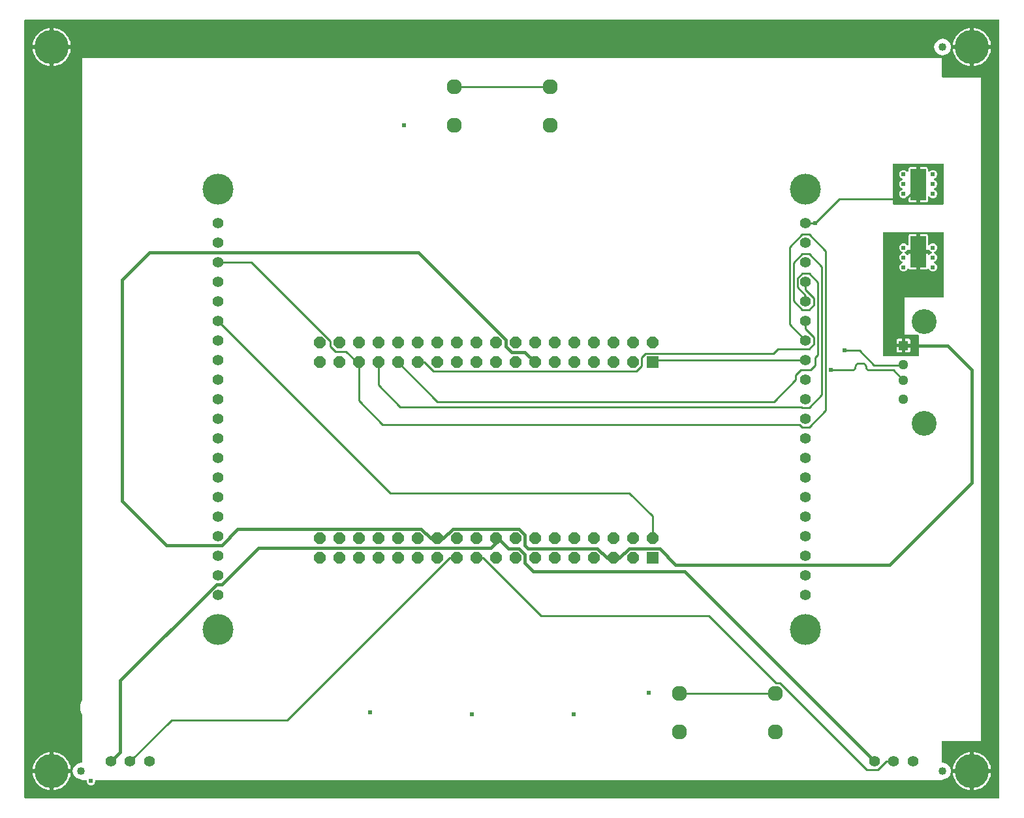
<source format=gbr>
G04 EAGLE Gerber RS-274X export*
G75*
%MOMM*%
%FSLAX34Y34*%
%LPD*%
%INBottom Copper*%
%IPPOS*%
%AMOC8*
5,1,8,0,0,1.08239X$1,22.5*%
G01*
%ADD10R,1.524000X1.524000*%
%ADD11P,1.649562X8X202.500000*%
%ADD12C,1.400000*%
%ADD13C,4.016000*%
%ADD14C,1.960000*%
%ADD15R,1.288000X1.288000*%
%ADD16C,1.288000*%
%ADD17C,3.220000*%
%ADD18R,2.000000X4.100000*%
%ADD19C,4.445000*%
%ADD20C,1.016000*%
%ADD21C,0.609600*%
%ADD22C,0.254000*%
%ADD23C,0.381000*%

G36*
X2556Y3692D02*
X2556Y3692D01*
X2563Y3573D01*
X2576Y3535D01*
X2581Y3494D01*
X2624Y3384D01*
X2661Y3271D01*
X2683Y3236D01*
X2698Y3199D01*
X2767Y3103D01*
X2831Y3002D01*
X2861Y2974D01*
X2884Y2941D01*
X2976Y2865D01*
X3063Y2784D01*
X3098Y2764D01*
X3129Y2739D01*
X3237Y2688D01*
X3341Y2630D01*
X3381Y2620D01*
X3417Y2603D01*
X3534Y2581D01*
X3649Y2551D01*
X3709Y2547D01*
X3729Y2543D01*
X3750Y2545D01*
X3810Y2541D01*
X1265991Y2541D01*
X1266109Y2556D01*
X1266227Y2563D01*
X1266266Y2575D01*
X1266306Y2581D01*
X1266417Y2624D01*
X1266530Y2661D01*
X1266564Y2683D01*
X1266602Y2698D01*
X1266698Y2767D01*
X1266799Y2831D01*
X1266827Y2861D01*
X1266859Y2884D01*
X1266935Y2976D01*
X1267017Y3063D01*
X1267036Y3098D01*
X1267062Y3129D01*
X1267113Y3237D01*
X1267170Y3341D01*
X1267180Y3380D01*
X1267198Y3417D01*
X1267220Y3534D01*
X1267250Y3649D01*
X1267254Y3709D01*
X1267257Y3729D01*
X1267256Y3750D01*
X1267260Y3810D01*
X1267369Y558800D01*
X1267459Y1012190D01*
X1267444Y1012308D01*
X1267436Y1012427D01*
X1267424Y1012465D01*
X1267419Y1012505D01*
X1267375Y1012616D01*
X1267338Y1012729D01*
X1267317Y1012764D01*
X1267302Y1012801D01*
X1267232Y1012897D01*
X1267168Y1012998D01*
X1267139Y1013026D01*
X1267115Y1013058D01*
X1267023Y1013134D01*
X1266936Y1013216D01*
X1266901Y1013236D01*
X1266870Y1013261D01*
X1266762Y1013312D01*
X1266658Y1013370D01*
X1266619Y1013380D01*
X1266582Y1013397D01*
X1266465Y1013419D01*
X1266350Y1013449D01*
X1266290Y1013453D01*
X1266270Y1013457D01*
X1266250Y1013455D01*
X1266189Y1013459D01*
X3810Y1013459D01*
X3692Y1013444D01*
X3573Y1013437D01*
X3535Y1013424D01*
X3494Y1013419D01*
X3384Y1013376D01*
X3271Y1013339D01*
X3236Y1013317D01*
X3199Y1013302D01*
X3103Y1013233D01*
X3002Y1013169D01*
X2974Y1013139D01*
X2941Y1013116D01*
X2865Y1013024D01*
X2784Y1012937D01*
X2764Y1012902D01*
X2739Y1012871D01*
X2688Y1012763D01*
X2630Y1012659D01*
X2620Y1012619D01*
X2603Y1012583D01*
X2581Y1012466D01*
X2551Y1012351D01*
X2547Y1012291D01*
X2543Y1012271D01*
X2545Y1012250D01*
X2541Y1012190D01*
X2541Y3810D01*
X2556Y3692D01*
G37*
%LPC*%
G36*
X1192531Y963931D02*
X1192531Y963931D01*
X1192531Y939800D01*
X1192546Y939682D01*
X1192553Y939563D01*
X1192566Y939525D01*
X1192571Y939484D01*
X1192614Y939374D01*
X1192651Y939261D01*
X1192673Y939226D01*
X1192688Y939189D01*
X1192758Y939093D01*
X1192821Y938992D01*
X1192851Y938964D01*
X1192874Y938931D01*
X1192966Y938856D01*
X1193053Y938774D01*
X1193088Y938754D01*
X1193119Y938729D01*
X1193227Y938678D01*
X1193331Y938620D01*
X1193371Y938610D01*
X1193407Y938593D01*
X1193524Y938571D01*
X1193639Y938541D01*
X1193700Y938537D01*
X1193720Y938533D01*
X1193740Y938535D01*
X1193800Y938531D01*
X1243331Y938531D01*
X1243331Y77469D01*
X1193800Y77469D01*
X1193682Y77454D01*
X1193563Y77447D01*
X1193525Y77434D01*
X1193484Y77429D01*
X1193374Y77386D01*
X1193261Y77349D01*
X1193226Y77327D01*
X1193189Y77312D01*
X1193093Y77243D01*
X1192992Y77179D01*
X1192964Y77149D01*
X1192931Y77126D01*
X1192856Y77034D01*
X1192774Y76947D01*
X1192754Y76912D01*
X1192729Y76881D01*
X1192678Y76773D01*
X1192620Y76669D01*
X1192610Y76629D01*
X1192593Y76593D01*
X1192571Y76476D01*
X1192541Y76361D01*
X1192537Y76301D01*
X1192533Y76281D01*
X1192535Y76260D01*
X1192531Y76200D01*
X1192531Y50478D01*
X1192545Y50366D01*
X1192551Y50254D01*
X1192565Y50209D01*
X1192571Y50162D01*
X1192612Y50058D01*
X1192645Y49950D01*
X1192670Y49910D01*
X1192688Y49866D01*
X1192754Y49776D01*
X1192813Y49680D01*
X1192847Y49647D01*
X1192874Y49609D01*
X1192961Y49537D01*
X1193042Y49460D01*
X1193083Y49436D01*
X1193119Y49406D01*
X1193221Y49358D01*
X1193319Y49303D01*
X1193388Y49280D01*
X1193407Y49271D01*
X1193425Y49267D01*
X1193472Y49252D01*
X1199332Y47681D01*
X1203381Y43632D01*
X1204864Y38100D01*
X1203381Y32568D01*
X1199332Y28519D01*
X1193472Y26948D01*
X1193367Y26906D01*
X1193261Y26871D01*
X1193221Y26846D01*
X1193177Y26828D01*
X1193087Y26761D01*
X1192992Y26701D01*
X1192962Y26669D01*
X95758Y26669D01*
X95640Y26654D01*
X95521Y26647D01*
X95483Y26634D01*
X95442Y26629D01*
X95332Y26586D01*
X95219Y26549D01*
X95184Y26527D01*
X95147Y26512D01*
X95051Y26443D01*
X94950Y26379D01*
X94922Y26349D01*
X94889Y26326D01*
X94813Y26234D01*
X94732Y26147D01*
X94712Y26112D01*
X94687Y26081D01*
X94636Y25973D01*
X94578Y25869D01*
X94568Y25829D01*
X94551Y25793D01*
X94529Y25676D01*
X94499Y25561D01*
X94495Y25501D01*
X94491Y25481D01*
X94492Y25471D01*
X94491Y25468D01*
X94492Y25454D01*
X94489Y25400D01*
X94489Y24288D01*
X93638Y22234D01*
X92066Y20662D01*
X90012Y19811D01*
X87788Y19811D01*
X85734Y20662D01*
X84162Y22234D01*
X83311Y24288D01*
X83311Y25400D01*
X83296Y25518D01*
X83289Y25637D01*
X83276Y25675D01*
X83271Y25716D01*
X83228Y25826D01*
X83191Y25939D01*
X83169Y25974D01*
X83154Y26011D01*
X83085Y26107D01*
X83021Y26208D01*
X82991Y26236D01*
X82968Y26269D01*
X82876Y26345D01*
X82789Y26426D01*
X82754Y26446D01*
X82723Y26471D01*
X82615Y26522D01*
X82511Y26580D01*
X82471Y26590D01*
X82435Y26607D01*
X82318Y26629D01*
X82203Y26659D01*
X82143Y26663D01*
X82123Y26667D01*
X82102Y26665D01*
X82042Y26669D01*
X77032Y26669D01*
X76958Y26740D01*
X76952Y26744D01*
X76947Y26748D01*
X76912Y26768D01*
X76881Y26794D01*
X76779Y26842D01*
X76681Y26897D01*
X76672Y26900D01*
X76669Y26902D01*
X76658Y26905D01*
X76612Y26920D01*
X76593Y26929D01*
X76575Y26933D01*
X76528Y26948D01*
X70668Y28519D01*
X66619Y32568D01*
X65136Y38100D01*
X66619Y43632D01*
X70668Y47681D01*
X76528Y49252D01*
X76632Y49294D01*
X76739Y49329D01*
X76774Y49350D01*
X76811Y49365D01*
X76817Y49369D01*
X76823Y49372D01*
X76913Y49439D01*
X77008Y49499D01*
X77036Y49528D01*
X77069Y49552D01*
X77073Y49557D01*
X77078Y49561D01*
X77149Y49648D01*
X77226Y49731D01*
X77246Y49766D01*
X77271Y49797D01*
X77274Y49803D01*
X77278Y49808D01*
X77325Y49910D01*
X77380Y50009D01*
X77390Y50048D01*
X77407Y50085D01*
X77408Y50092D01*
X77411Y50098D01*
X77431Y50208D01*
X77459Y50317D01*
X77463Y50377D01*
X77467Y50397D01*
X77466Y50404D01*
X77467Y50411D01*
X77466Y50429D01*
X77469Y50478D01*
X77469Y111234D01*
X77457Y111333D01*
X77454Y111431D01*
X77437Y111490D01*
X77429Y111550D01*
X77393Y111642D01*
X77365Y111737D01*
X77335Y111789D01*
X77312Y111845D01*
X77254Y111926D01*
X77204Y112011D01*
X77138Y112086D01*
X77126Y112103D01*
X77116Y112111D01*
X77097Y112132D01*
X76949Y112280D01*
X74659Y117808D01*
X74659Y123792D01*
X76949Y129320D01*
X77097Y129468D01*
X77158Y129546D01*
X77226Y129619D01*
X77255Y129672D01*
X77292Y129720D01*
X77332Y129811D01*
X77380Y129897D01*
X77395Y129956D01*
X77419Y130011D01*
X77434Y130109D01*
X77459Y130205D01*
X77465Y130305D01*
X77469Y130325D01*
X77467Y130338D01*
X77469Y130366D01*
X77469Y963931D01*
X1192531Y963931D01*
G37*
%LPD*%
G36*
X1162168Y576596D02*
X1162168Y576596D01*
X1162287Y576603D01*
X1162325Y576616D01*
X1162366Y576621D01*
X1162476Y576664D01*
X1162589Y576701D01*
X1162624Y576723D01*
X1162661Y576738D01*
X1162757Y576808D01*
X1162858Y576871D01*
X1162886Y576901D01*
X1162919Y576924D01*
X1162995Y577016D01*
X1163076Y577103D01*
X1163096Y577138D01*
X1163121Y577169D01*
X1163172Y577277D01*
X1163230Y577381D01*
X1163240Y577421D01*
X1163257Y577457D01*
X1163279Y577574D01*
X1163309Y577689D01*
X1163313Y577750D01*
X1163317Y577770D01*
X1163315Y577790D01*
X1163319Y577850D01*
X1163319Y603034D01*
X1163316Y603063D01*
X1163318Y603093D01*
X1163296Y603221D01*
X1163279Y603350D01*
X1163269Y603377D01*
X1163264Y603406D01*
X1163210Y603524D01*
X1163162Y603645D01*
X1163145Y603669D01*
X1163133Y603696D01*
X1163052Y603797D01*
X1162976Y603903D01*
X1162953Y603921D01*
X1162934Y603944D01*
X1162831Y604022D01*
X1162731Y604105D01*
X1162704Y604118D01*
X1162680Y604136D01*
X1162536Y604207D01*
X1162014Y604423D01*
X1162005Y604425D01*
X1161997Y604430D01*
X1161853Y604467D01*
X1161708Y604507D01*
X1161698Y604507D01*
X1161689Y604509D01*
X1161529Y604519D01*
X1144269Y604519D01*
X1144269Y652781D01*
X1193800Y652781D01*
X1193918Y652796D01*
X1194037Y652803D01*
X1194075Y652816D01*
X1194116Y652821D01*
X1194226Y652864D01*
X1194339Y652901D01*
X1194374Y652923D01*
X1194411Y652938D01*
X1194507Y653008D01*
X1194608Y653071D01*
X1194636Y653101D01*
X1194669Y653124D01*
X1194745Y653216D01*
X1194826Y653303D01*
X1194846Y653338D01*
X1194871Y653369D01*
X1194922Y653477D01*
X1194980Y653581D01*
X1194990Y653621D01*
X1195007Y653657D01*
X1195029Y653774D01*
X1195059Y653889D01*
X1195063Y653950D01*
X1195067Y653970D01*
X1195065Y653990D01*
X1195069Y654050D01*
X1195069Y736600D01*
X1195054Y736718D01*
X1195047Y736837D01*
X1195034Y736875D01*
X1195029Y736916D01*
X1194986Y737026D01*
X1194949Y737139D01*
X1194927Y737174D01*
X1194912Y737211D01*
X1194843Y737307D01*
X1194779Y737408D01*
X1194749Y737436D01*
X1194726Y737469D01*
X1194634Y737545D01*
X1194547Y737626D01*
X1194512Y737646D01*
X1194481Y737671D01*
X1194373Y737722D01*
X1194269Y737780D01*
X1194229Y737790D01*
X1194193Y737807D01*
X1194076Y737829D01*
X1193961Y737859D01*
X1193901Y737863D01*
X1193881Y737867D01*
X1193860Y737865D01*
X1193800Y737869D01*
X1117600Y737869D01*
X1117482Y737854D01*
X1117363Y737847D01*
X1117325Y737834D01*
X1117284Y737829D01*
X1117174Y737786D01*
X1117061Y737749D01*
X1117026Y737727D01*
X1116989Y737712D01*
X1116893Y737643D01*
X1116792Y737579D01*
X1116764Y737549D01*
X1116731Y737526D01*
X1116656Y737434D01*
X1116574Y737347D01*
X1116554Y737312D01*
X1116529Y737281D01*
X1116478Y737173D01*
X1116420Y737069D01*
X1116410Y737029D01*
X1116393Y736993D01*
X1116371Y736876D01*
X1116341Y736761D01*
X1116337Y736701D01*
X1116333Y736681D01*
X1116335Y736660D01*
X1116331Y736600D01*
X1116331Y577850D01*
X1116346Y577732D01*
X1116353Y577613D01*
X1116366Y577575D01*
X1116371Y577534D01*
X1116414Y577424D01*
X1116451Y577311D01*
X1116473Y577276D01*
X1116488Y577239D01*
X1116558Y577143D01*
X1116621Y577042D01*
X1116651Y577014D01*
X1116674Y576981D01*
X1116766Y576906D01*
X1116853Y576824D01*
X1116888Y576804D01*
X1116919Y576779D01*
X1117027Y576728D01*
X1117131Y576670D01*
X1117171Y576660D01*
X1117207Y576643D01*
X1117324Y576621D01*
X1117439Y576591D01*
X1117500Y576587D01*
X1117520Y576583D01*
X1117540Y576585D01*
X1117600Y576581D01*
X1162050Y576581D01*
X1162168Y576596D01*
G37*
G36*
X1193918Y773446D02*
X1193918Y773446D01*
X1194037Y773453D01*
X1194075Y773466D01*
X1194116Y773471D01*
X1194226Y773514D01*
X1194339Y773551D01*
X1194374Y773573D01*
X1194411Y773588D01*
X1194507Y773658D01*
X1194608Y773721D01*
X1194636Y773751D01*
X1194669Y773774D01*
X1194745Y773866D01*
X1194826Y773953D01*
X1194846Y773988D01*
X1194871Y774019D01*
X1194922Y774127D01*
X1194980Y774231D01*
X1194990Y774271D01*
X1195007Y774307D01*
X1195029Y774424D01*
X1195059Y774539D01*
X1195063Y774600D01*
X1195067Y774620D01*
X1195065Y774640D01*
X1195069Y774700D01*
X1195069Y825500D01*
X1195054Y825618D01*
X1195047Y825737D01*
X1195034Y825775D01*
X1195029Y825816D01*
X1194986Y825926D01*
X1194949Y826039D01*
X1194927Y826074D01*
X1194912Y826111D01*
X1194843Y826207D01*
X1194779Y826308D01*
X1194749Y826336D01*
X1194726Y826369D01*
X1194634Y826445D01*
X1194547Y826526D01*
X1194512Y826546D01*
X1194481Y826571D01*
X1194373Y826622D01*
X1194269Y826680D01*
X1194229Y826690D01*
X1194193Y826707D01*
X1194076Y826729D01*
X1193961Y826759D01*
X1193901Y826763D01*
X1193881Y826767D01*
X1193860Y826765D01*
X1193800Y826769D01*
X1130300Y826769D01*
X1130182Y826754D01*
X1130063Y826747D01*
X1130025Y826734D01*
X1129984Y826729D01*
X1129874Y826686D01*
X1129761Y826649D01*
X1129726Y826627D01*
X1129689Y826612D01*
X1129593Y826543D01*
X1129492Y826479D01*
X1129464Y826449D01*
X1129431Y826426D01*
X1129356Y826334D01*
X1129274Y826247D01*
X1129254Y826212D01*
X1129229Y826181D01*
X1129178Y826073D01*
X1129120Y825969D01*
X1129110Y825929D01*
X1129093Y825893D01*
X1129071Y825776D01*
X1129041Y825661D01*
X1129037Y825601D01*
X1129033Y825581D01*
X1129035Y825560D01*
X1129034Y825556D01*
X1129033Y825551D01*
X1129034Y825545D01*
X1129031Y825500D01*
X1129031Y774700D01*
X1129046Y774582D01*
X1129053Y774463D01*
X1129066Y774425D01*
X1129071Y774384D01*
X1129114Y774274D01*
X1129151Y774161D01*
X1129173Y774126D01*
X1129188Y774089D01*
X1129258Y773993D01*
X1129321Y773892D01*
X1129351Y773864D01*
X1129374Y773831D01*
X1129466Y773756D01*
X1129553Y773674D01*
X1129588Y773654D01*
X1129619Y773629D01*
X1129727Y773578D01*
X1129831Y773520D01*
X1129871Y773510D01*
X1129907Y773493D01*
X1130024Y773471D01*
X1130139Y773441D01*
X1130200Y773437D01*
X1130220Y773433D01*
X1130240Y773435D01*
X1130300Y773431D01*
X1193800Y773431D01*
X1193918Y773446D01*
G37*
%LPC*%
G36*
X1151716Y776109D02*
X1151716Y776109D01*
X1151069Y776282D01*
X1150490Y776617D01*
X1150017Y777090D01*
X1149682Y777669D01*
X1149509Y778316D01*
X1149509Y782941D01*
X1149492Y783079D01*
X1149479Y783218D01*
X1149472Y783237D01*
X1149469Y783257D01*
X1149418Y783386D01*
X1149371Y783517D01*
X1149360Y783534D01*
X1149352Y783553D01*
X1149271Y783665D01*
X1149193Y783780D01*
X1149177Y783794D01*
X1149166Y783810D01*
X1149058Y783899D01*
X1148954Y783991D01*
X1148936Y784000D01*
X1148921Y784013D01*
X1148795Y784072D01*
X1148671Y784135D01*
X1148651Y784140D01*
X1148633Y784148D01*
X1148497Y784174D01*
X1148361Y784205D01*
X1148340Y784204D01*
X1148321Y784208D01*
X1148182Y784199D01*
X1148043Y784195D01*
X1148023Y784190D01*
X1148003Y784188D01*
X1147871Y784145D01*
X1147737Y784107D01*
X1147720Y784097D01*
X1147701Y784090D01*
X1147583Y784016D01*
X1147463Y783945D01*
X1147442Y783927D01*
X1147432Y783920D01*
X1147418Y783905D01*
X1147343Y783839D01*
X1146166Y782662D01*
X1144112Y781811D01*
X1141888Y781811D01*
X1139834Y782662D01*
X1138262Y784234D01*
X1137411Y786288D01*
X1137411Y788512D01*
X1138262Y790566D01*
X1139834Y792138D01*
X1140895Y792577D01*
X1140953Y792610D01*
X1140994Y792626D01*
X1141034Y792656D01*
X1141139Y792711D01*
X1141154Y792725D01*
X1141171Y792735D01*
X1141271Y792831D01*
X1141374Y792925D01*
X1141385Y792942D01*
X1141400Y792956D01*
X1141473Y793075D01*
X1141549Y793191D01*
X1141556Y793210D01*
X1141566Y793227D01*
X1141607Y793360D01*
X1141652Y793492D01*
X1141654Y793512D01*
X1141660Y793531D01*
X1141666Y793670D01*
X1141677Y793809D01*
X1141674Y793829D01*
X1141675Y793849D01*
X1141647Y793985D01*
X1141623Y794122D01*
X1141615Y794141D01*
X1141611Y794160D01*
X1141550Y794285D01*
X1141492Y794412D01*
X1141480Y794428D01*
X1141471Y794446D01*
X1141381Y794552D01*
X1141294Y794660D01*
X1141278Y794673D01*
X1141264Y794688D01*
X1141151Y794768D01*
X1141040Y794852D01*
X1141014Y794864D01*
X1141004Y794871D01*
X1140985Y794878D01*
X1140895Y794923D01*
X1139834Y795362D01*
X1138262Y796934D01*
X1137411Y798988D01*
X1137411Y801212D01*
X1138262Y803266D01*
X1139834Y804838D01*
X1140895Y805277D01*
X1140951Y805309D01*
X1140975Y805319D01*
X1141003Y805339D01*
X1141016Y805346D01*
X1141139Y805411D01*
X1141154Y805425D01*
X1141171Y805435D01*
X1141272Y805532D01*
X1141374Y805625D01*
X1141385Y805642D01*
X1141400Y805656D01*
X1141473Y805775D01*
X1141549Y805891D01*
X1141556Y805910D01*
X1141566Y805927D01*
X1141607Y806060D01*
X1141652Y806192D01*
X1141654Y806212D01*
X1141660Y806231D01*
X1141666Y806370D01*
X1141677Y806509D01*
X1141674Y806529D01*
X1141675Y806549D01*
X1141647Y806685D01*
X1141623Y806822D01*
X1141615Y806841D01*
X1141611Y806860D01*
X1141549Y806985D01*
X1141492Y807112D01*
X1141480Y807128D01*
X1141471Y807146D01*
X1141380Y807252D01*
X1141294Y807360D01*
X1141278Y807373D01*
X1141265Y807388D01*
X1141150Y807468D01*
X1141040Y807552D01*
X1141015Y807564D01*
X1141005Y807571D01*
X1140985Y807578D01*
X1140895Y807623D01*
X1139834Y808062D01*
X1138262Y809634D01*
X1137411Y811688D01*
X1137411Y813912D01*
X1138262Y815966D01*
X1139834Y817538D01*
X1141888Y818389D01*
X1144112Y818389D01*
X1146166Y817538D01*
X1147343Y816361D01*
X1147452Y816276D01*
X1147559Y816187D01*
X1147578Y816179D01*
X1147594Y816166D01*
X1147721Y816111D01*
X1147847Y816052D01*
X1147867Y816048D01*
X1147886Y816040D01*
X1148024Y816018D01*
X1148160Y815992D01*
X1148180Y815993D01*
X1148200Y815990D01*
X1148339Y816003D01*
X1148477Y816012D01*
X1148496Y816018D01*
X1148516Y816020D01*
X1148648Y816067D01*
X1148779Y816110D01*
X1148797Y816121D01*
X1148816Y816127D01*
X1148931Y816205D01*
X1149048Y816280D01*
X1149062Y816295D01*
X1149079Y816306D01*
X1149171Y816410D01*
X1149266Y816511D01*
X1149276Y816529D01*
X1149289Y816544D01*
X1149353Y816669D01*
X1149420Y816790D01*
X1149425Y816810D01*
X1149434Y816828D01*
X1149464Y816963D01*
X1149499Y817098D01*
X1149501Y817126D01*
X1149504Y817138D01*
X1149503Y817158D01*
X1149509Y817259D01*
X1149509Y819984D01*
X1149682Y820631D01*
X1150017Y821210D01*
X1150490Y821683D01*
X1151069Y822018D01*
X1151716Y822191D01*
X1159511Y822191D01*
X1159511Y800420D01*
X1159526Y800302D01*
X1159533Y800183D01*
X1159546Y800145D01*
X1159551Y800105D01*
X1159594Y799994D01*
X1159631Y799881D01*
X1159653Y799846D01*
X1159668Y799809D01*
X1159738Y799713D01*
X1159801Y799612D01*
X1159831Y799584D01*
X1159855Y799552D01*
X1159946Y799476D01*
X1160033Y799394D01*
X1160068Y799375D01*
X1160099Y799349D01*
X1160207Y799298D01*
X1160311Y799241D01*
X1160351Y799230D01*
X1160387Y799213D01*
X1160504Y799191D01*
X1160619Y799161D01*
X1160680Y799157D01*
X1160700Y799153D01*
X1160720Y799155D01*
X1160780Y799151D01*
X1163320Y799151D01*
X1163438Y799166D01*
X1163557Y799173D01*
X1163595Y799186D01*
X1163635Y799191D01*
X1163746Y799235D01*
X1163859Y799271D01*
X1163894Y799293D01*
X1163931Y799308D01*
X1164027Y799378D01*
X1164128Y799441D01*
X1164156Y799471D01*
X1164188Y799495D01*
X1164264Y799586D01*
X1164346Y799673D01*
X1164365Y799708D01*
X1164391Y799740D01*
X1164442Y799847D01*
X1164499Y799951D01*
X1164510Y799991D01*
X1164527Y800027D01*
X1164549Y800144D01*
X1164579Y800259D01*
X1164583Y800320D01*
X1164587Y800340D01*
X1164585Y800360D01*
X1164589Y800420D01*
X1164589Y822191D01*
X1172384Y822191D01*
X1173031Y822018D01*
X1173610Y821683D01*
X1174083Y821210D01*
X1174418Y820631D01*
X1174591Y819984D01*
X1174591Y817259D01*
X1174608Y817121D01*
X1174621Y816982D01*
X1174628Y816963D01*
X1174631Y816943D01*
X1174682Y816814D01*
X1174729Y816683D01*
X1174740Y816666D01*
X1174748Y816647D01*
X1174829Y816535D01*
X1174907Y816420D01*
X1174923Y816406D01*
X1174934Y816390D01*
X1175042Y816301D01*
X1175146Y816209D01*
X1175164Y816200D01*
X1175179Y816187D01*
X1175305Y816128D01*
X1175429Y816065D01*
X1175449Y816060D01*
X1175467Y816052D01*
X1175604Y816026D01*
X1175739Y815995D01*
X1175760Y815996D01*
X1175779Y815992D01*
X1175918Y816001D01*
X1176057Y816005D01*
X1176077Y816010D01*
X1176097Y816012D01*
X1176229Y816054D01*
X1176363Y816093D01*
X1176380Y816103D01*
X1176399Y816110D01*
X1176517Y816184D01*
X1176637Y816255D01*
X1176658Y816273D01*
X1176668Y816280D01*
X1176682Y816295D01*
X1176757Y816361D01*
X1177934Y817538D01*
X1179988Y818389D01*
X1182212Y818389D01*
X1184266Y817538D01*
X1185838Y815966D01*
X1186689Y813912D01*
X1186689Y811688D01*
X1185838Y809634D01*
X1184266Y808062D01*
X1183205Y807623D01*
X1183084Y807554D01*
X1182961Y807489D01*
X1182946Y807475D01*
X1182929Y807465D01*
X1182829Y807368D01*
X1182726Y807275D01*
X1182715Y807258D01*
X1182700Y807244D01*
X1182628Y807125D01*
X1182551Y807009D01*
X1182544Y806990D01*
X1182534Y806973D01*
X1182493Y806840D01*
X1182448Y806708D01*
X1182446Y806688D01*
X1182440Y806669D01*
X1182434Y806530D01*
X1182423Y806391D01*
X1182426Y806371D01*
X1182425Y806351D01*
X1182453Y806215D01*
X1182477Y806078D01*
X1182485Y806060D01*
X1182489Y806040D01*
X1182551Y805915D01*
X1182608Y805788D01*
X1182620Y805772D01*
X1182629Y805754D01*
X1182719Y805648D01*
X1182806Y805540D01*
X1182822Y805527D01*
X1182835Y805512D01*
X1182949Y805432D01*
X1183060Y805348D01*
X1183086Y805336D01*
X1183096Y805329D01*
X1183115Y805322D01*
X1183205Y805277D01*
X1184266Y804838D01*
X1185838Y803266D01*
X1186689Y801212D01*
X1186689Y798988D01*
X1185838Y796934D01*
X1184266Y795362D01*
X1183205Y794923D01*
X1183084Y794854D01*
X1182961Y794789D01*
X1182946Y794775D01*
X1182929Y794765D01*
X1182829Y794668D01*
X1182726Y794575D01*
X1182715Y794558D01*
X1182700Y794544D01*
X1182628Y794425D01*
X1182551Y794309D01*
X1182544Y794290D01*
X1182534Y794273D01*
X1182493Y794140D01*
X1182448Y794008D01*
X1182446Y793988D01*
X1182440Y793969D01*
X1182434Y793830D01*
X1182423Y793691D01*
X1182426Y793671D01*
X1182425Y793651D01*
X1182453Y793515D01*
X1182477Y793378D01*
X1182485Y793360D01*
X1182489Y793340D01*
X1182551Y793215D01*
X1182608Y793088D01*
X1182620Y793072D01*
X1182629Y793054D01*
X1182719Y792948D01*
X1182806Y792840D01*
X1182822Y792827D01*
X1182835Y792812D01*
X1182949Y792732D01*
X1182954Y792728D01*
X1182971Y792713D01*
X1182986Y792704D01*
X1183060Y792648D01*
X1183086Y792636D01*
X1183096Y792629D01*
X1183115Y792622D01*
X1183205Y792577D01*
X1184266Y792138D01*
X1185838Y790566D01*
X1186689Y788512D01*
X1186689Y786288D01*
X1185838Y784234D01*
X1184266Y782662D01*
X1182212Y781811D01*
X1179988Y781811D01*
X1177934Y782662D01*
X1176757Y783839D01*
X1176648Y783924D01*
X1176541Y784013D01*
X1176522Y784021D01*
X1176506Y784034D01*
X1176379Y784089D01*
X1176253Y784148D01*
X1176233Y784152D01*
X1176214Y784160D01*
X1176076Y784182D01*
X1175940Y784208D01*
X1175920Y784207D01*
X1175900Y784210D01*
X1175761Y784197D01*
X1175623Y784188D01*
X1175604Y784182D01*
X1175584Y784180D01*
X1175452Y784133D01*
X1175321Y784090D01*
X1175303Y784079D01*
X1175284Y784073D01*
X1175169Y783995D01*
X1175052Y783920D01*
X1175038Y783905D01*
X1175021Y783894D01*
X1174929Y783790D01*
X1174834Y783689D01*
X1174824Y783671D01*
X1174811Y783656D01*
X1174747Y783531D01*
X1174680Y783410D01*
X1174675Y783390D01*
X1174666Y783372D01*
X1174636Y783237D01*
X1174601Y783102D01*
X1174599Y783074D01*
X1174596Y783062D01*
X1174597Y783042D01*
X1174591Y782941D01*
X1174591Y778316D01*
X1174418Y777669D01*
X1174083Y777090D01*
X1173610Y776617D01*
X1173031Y776282D01*
X1172384Y776109D01*
X1164589Y776109D01*
X1164589Y797880D01*
X1164574Y797998D01*
X1164567Y798117D01*
X1164554Y798155D01*
X1164549Y798195D01*
X1164505Y798306D01*
X1164469Y798419D01*
X1164447Y798454D01*
X1164432Y798491D01*
X1164362Y798587D01*
X1164299Y798688D01*
X1164269Y798716D01*
X1164245Y798748D01*
X1164154Y798824D01*
X1164067Y798906D01*
X1164032Y798925D01*
X1164000Y798951D01*
X1163893Y799002D01*
X1163789Y799059D01*
X1163749Y799070D01*
X1163713Y799087D01*
X1163596Y799109D01*
X1163481Y799139D01*
X1163420Y799143D01*
X1163400Y799147D01*
X1163380Y799145D01*
X1163320Y799149D01*
X1160780Y799149D01*
X1160662Y799134D01*
X1160543Y799127D01*
X1160505Y799114D01*
X1160465Y799109D01*
X1160354Y799065D01*
X1160241Y799029D01*
X1160206Y799007D01*
X1160169Y798992D01*
X1160073Y798922D01*
X1159972Y798859D01*
X1159944Y798829D01*
X1159911Y798805D01*
X1159836Y798714D01*
X1159754Y798627D01*
X1159734Y798592D01*
X1159709Y798560D01*
X1159658Y798453D01*
X1159600Y798349D01*
X1159590Y798309D01*
X1159573Y798273D01*
X1159551Y798156D01*
X1159521Y798041D01*
X1159517Y797980D01*
X1159513Y797960D01*
X1159515Y797940D01*
X1159511Y797880D01*
X1159511Y776109D01*
X1151716Y776109D01*
G37*
%LPD*%
%LPC*%
G36*
X1179988Y686561D02*
X1179988Y686561D01*
X1177934Y687412D01*
X1176362Y688984D01*
X1176098Y689623D01*
X1176073Y689666D01*
X1176056Y689713D01*
X1175995Y689803D01*
X1175940Y689899D01*
X1175906Y689935D01*
X1175878Y689976D01*
X1175795Y690048D01*
X1175719Y690127D01*
X1175676Y690153D01*
X1175639Y690186D01*
X1175541Y690236D01*
X1175448Y690294D01*
X1175400Y690308D01*
X1175356Y690331D01*
X1175249Y690355D01*
X1175144Y690387D01*
X1175094Y690390D01*
X1175046Y690400D01*
X1174936Y690397D01*
X1174826Y690402D01*
X1174777Y690392D01*
X1174728Y690391D01*
X1174622Y690360D01*
X1174515Y690338D01*
X1174470Y690316D01*
X1174422Y690302D01*
X1174328Y690247D01*
X1174229Y690198D01*
X1174191Y690166D01*
X1174148Y690141D01*
X1174028Y690034D01*
X1173610Y689617D01*
X1173031Y689282D01*
X1172384Y689109D01*
X1164589Y689109D01*
X1164589Y709611D01*
X1174591Y709611D01*
X1174591Y709309D01*
X1174608Y709171D01*
X1174621Y709032D01*
X1174628Y709013D01*
X1174631Y708993D01*
X1174682Y708864D01*
X1174729Y708733D01*
X1174740Y708716D01*
X1174748Y708697D01*
X1174829Y708585D01*
X1174907Y708470D01*
X1174923Y708456D01*
X1174934Y708440D01*
X1175042Y708351D01*
X1175146Y708259D01*
X1175164Y708250D01*
X1175179Y708237D01*
X1175305Y708178D01*
X1175429Y708115D01*
X1175449Y708110D01*
X1175467Y708102D01*
X1175604Y708076D01*
X1175739Y708045D01*
X1175760Y708046D01*
X1175779Y708042D01*
X1175918Y708051D01*
X1176057Y708055D01*
X1176077Y708060D01*
X1176097Y708062D01*
X1176229Y708104D01*
X1176363Y708143D01*
X1176380Y708153D01*
X1176399Y708160D01*
X1176517Y708234D01*
X1176637Y708305D01*
X1176658Y708323D01*
X1176668Y708330D01*
X1176682Y708345D01*
X1176757Y708411D01*
X1177934Y709588D01*
X1178995Y710027D01*
X1179116Y710096D01*
X1179239Y710161D01*
X1179254Y710175D01*
X1179271Y710185D01*
X1179372Y710282D01*
X1179474Y710375D01*
X1179485Y710392D01*
X1179500Y710406D01*
X1179573Y710525D01*
X1179649Y710641D01*
X1179656Y710660D01*
X1179666Y710677D01*
X1179707Y710810D01*
X1179752Y710942D01*
X1179754Y710962D01*
X1179760Y710981D01*
X1179766Y711120D01*
X1179777Y711259D01*
X1179774Y711279D01*
X1179775Y711299D01*
X1179747Y711435D01*
X1179723Y711572D01*
X1179715Y711591D01*
X1179711Y711610D01*
X1179649Y711735D01*
X1179592Y711862D01*
X1179580Y711878D01*
X1179571Y711896D01*
X1179480Y712002D01*
X1179394Y712110D01*
X1179378Y712123D01*
X1179365Y712138D01*
X1179250Y712218D01*
X1179140Y712302D01*
X1179115Y712314D01*
X1179105Y712321D01*
X1179085Y712328D01*
X1178995Y712373D01*
X1177934Y712812D01*
X1176429Y714317D01*
X1176351Y714378D01*
X1176279Y714446D01*
X1176226Y714475D01*
X1176178Y714512D01*
X1176087Y714552D01*
X1176000Y714599D01*
X1175942Y714615D01*
X1175886Y714639D01*
X1175788Y714654D01*
X1175692Y714679D01*
X1175592Y714685D01*
X1175572Y714689D01*
X1175559Y714687D01*
X1175531Y714689D01*
X1164589Y714689D01*
X1164589Y735191D01*
X1172384Y735191D01*
X1173031Y735018D01*
X1173610Y734683D01*
X1174083Y734210D01*
X1174418Y733631D01*
X1174591Y732984D01*
X1174591Y722009D01*
X1174608Y721871D01*
X1174621Y721732D01*
X1174628Y721713D01*
X1174631Y721693D01*
X1174682Y721564D01*
X1174729Y721433D01*
X1174740Y721416D01*
X1174748Y721397D01*
X1174829Y721285D01*
X1174907Y721170D01*
X1174923Y721156D01*
X1174934Y721140D01*
X1175042Y721051D01*
X1175146Y720959D01*
X1175164Y720950D01*
X1175179Y720937D01*
X1175305Y720878D01*
X1175429Y720815D01*
X1175449Y720810D01*
X1175467Y720802D01*
X1175604Y720776D01*
X1175739Y720745D01*
X1175760Y720746D01*
X1175779Y720742D01*
X1175918Y720751D01*
X1176057Y720755D01*
X1176077Y720760D01*
X1176097Y720762D01*
X1176229Y720804D01*
X1176363Y720843D01*
X1176380Y720853D01*
X1176399Y720860D01*
X1176517Y720934D01*
X1176637Y721005D01*
X1176658Y721023D01*
X1176668Y721030D01*
X1176682Y721045D01*
X1176757Y721111D01*
X1177934Y722288D01*
X1179988Y723139D01*
X1182212Y723139D01*
X1184266Y722288D01*
X1185838Y720716D01*
X1186689Y718662D01*
X1186689Y716438D01*
X1185838Y714384D01*
X1184266Y712812D01*
X1183205Y712373D01*
X1183084Y712304D01*
X1182961Y712239D01*
X1182946Y712225D01*
X1182929Y712215D01*
X1182829Y712118D01*
X1182726Y712025D01*
X1182715Y712008D01*
X1182700Y711994D01*
X1182627Y711875D01*
X1182551Y711759D01*
X1182544Y711740D01*
X1182534Y711723D01*
X1182493Y711590D01*
X1182448Y711458D01*
X1182446Y711438D01*
X1182440Y711419D01*
X1182434Y711280D01*
X1182423Y711141D01*
X1182426Y711121D01*
X1182425Y711101D01*
X1182453Y710965D01*
X1182477Y710828D01*
X1182485Y710809D01*
X1182489Y710790D01*
X1182551Y710665D01*
X1182608Y710538D01*
X1182620Y710522D01*
X1182629Y710504D01*
X1182719Y710398D01*
X1182806Y710290D01*
X1182822Y710277D01*
X1182835Y710262D01*
X1182949Y710182D01*
X1183060Y710098D01*
X1183086Y710086D01*
X1183095Y710079D01*
X1183114Y710072D01*
X1183205Y710027D01*
X1184266Y709588D01*
X1185838Y708016D01*
X1186689Y705962D01*
X1186689Y703738D01*
X1185838Y701684D01*
X1184266Y700112D01*
X1183205Y699673D01*
X1183084Y699604D01*
X1182961Y699539D01*
X1182946Y699525D01*
X1182929Y699515D01*
X1182829Y699418D01*
X1182726Y699325D01*
X1182715Y699308D01*
X1182700Y699294D01*
X1182627Y699175D01*
X1182551Y699059D01*
X1182544Y699040D01*
X1182534Y699023D01*
X1182493Y698890D01*
X1182448Y698758D01*
X1182446Y698738D01*
X1182440Y698719D01*
X1182434Y698580D01*
X1182423Y698441D01*
X1182426Y698421D01*
X1182425Y698401D01*
X1182453Y698265D01*
X1182477Y698128D01*
X1182485Y698109D01*
X1182489Y698090D01*
X1182551Y697965D01*
X1182608Y697838D01*
X1182620Y697822D01*
X1182629Y697804D01*
X1182719Y697698D01*
X1182806Y697590D01*
X1182822Y697577D01*
X1182835Y697562D01*
X1182949Y697482D01*
X1183060Y697398D01*
X1183086Y697386D01*
X1183095Y697379D01*
X1183114Y697372D01*
X1183205Y697327D01*
X1184266Y696888D01*
X1185838Y695316D01*
X1186689Y693262D01*
X1186689Y691038D01*
X1185838Y688984D01*
X1184266Y687412D01*
X1182212Y686561D01*
X1179988Y686561D01*
G37*
%LPD*%
%LPC*%
G36*
X1141888Y686561D02*
X1141888Y686561D01*
X1139834Y687412D01*
X1138262Y688984D01*
X1137411Y691038D01*
X1137411Y693262D01*
X1138262Y695316D01*
X1139834Y696888D01*
X1140895Y697327D01*
X1141016Y697396D01*
X1141139Y697461D01*
X1141154Y697475D01*
X1141171Y697485D01*
X1141272Y697582D01*
X1141374Y697675D01*
X1141385Y697692D01*
X1141400Y697706D01*
X1141473Y697825D01*
X1141549Y697941D01*
X1141556Y697960D01*
X1141566Y697977D01*
X1141607Y698110D01*
X1141652Y698242D01*
X1141654Y698262D01*
X1141660Y698281D01*
X1141666Y698420D01*
X1141677Y698559D01*
X1141674Y698579D01*
X1141675Y698599D01*
X1141647Y698735D01*
X1141623Y698872D01*
X1141615Y698891D01*
X1141611Y698910D01*
X1141549Y699035D01*
X1141492Y699162D01*
X1141480Y699178D01*
X1141471Y699196D01*
X1141380Y699302D01*
X1141294Y699410D01*
X1141278Y699423D01*
X1141265Y699438D01*
X1141150Y699518D01*
X1141040Y699602D01*
X1141015Y699614D01*
X1141005Y699621D01*
X1140985Y699628D01*
X1140895Y699673D01*
X1139834Y700112D01*
X1138262Y701684D01*
X1137411Y703738D01*
X1137411Y705962D01*
X1138262Y708016D01*
X1139834Y709588D01*
X1140895Y710027D01*
X1141016Y710096D01*
X1141139Y710161D01*
X1141154Y710175D01*
X1141171Y710185D01*
X1141272Y710282D01*
X1141374Y710375D01*
X1141385Y710392D01*
X1141400Y710406D01*
X1141473Y710525D01*
X1141549Y710641D01*
X1141556Y710660D01*
X1141566Y710677D01*
X1141607Y710810D01*
X1141652Y710942D01*
X1141654Y710962D01*
X1141660Y710981D01*
X1141666Y711120D01*
X1141677Y711259D01*
X1141674Y711279D01*
X1141675Y711299D01*
X1141647Y711435D01*
X1141623Y711572D01*
X1141615Y711591D01*
X1141611Y711610D01*
X1141549Y711735D01*
X1141492Y711862D01*
X1141480Y711878D01*
X1141471Y711896D01*
X1141380Y712002D01*
X1141294Y712110D01*
X1141278Y712123D01*
X1141265Y712138D01*
X1141150Y712218D01*
X1141040Y712302D01*
X1141015Y712314D01*
X1141005Y712321D01*
X1140985Y712328D01*
X1140895Y712373D01*
X1139834Y712812D01*
X1138262Y714384D01*
X1137411Y716438D01*
X1137411Y718662D01*
X1138262Y720716D01*
X1139834Y722288D01*
X1141888Y723139D01*
X1144112Y723139D01*
X1146166Y722288D01*
X1147343Y721111D01*
X1147452Y721026D01*
X1147559Y720937D01*
X1147578Y720929D01*
X1147594Y720916D01*
X1147721Y720861D01*
X1147847Y720802D01*
X1147867Y720798D01*
X1147886Y720790D01*
X1148024Y720768D01*
X1148160Y720742D01*
X1148180Y720743D01*
X1148200Y720740D01*
X1148339Y720753D01*
X1148477Y720762D01*
X1148496Y720768D01*
X1148516Y720770D01*
X1148648Y720817D01*
X1148779Y720860D01*
X1148797Y720871D01*
X1148816Y720877D01*
X1148931Y720955D01*
X1149048Y721030D01*
X1149062Y721045D01*
X1149079Y721056D01*
X1149171Y721160D01*
X1149266Y721261D01*
X1149276Y721279D01*
X1149289Y721294D01*
X1149353Y721419D01*
X1149420Y721540D01*
X1149425Y721560D01*
X1149434Y721578D01*
X1149464Y721713D01*
X1149499Y721848D01*
X1149501Y721876D01*
X1149504Y721888D01*
X1149503Y721908D01*
X1149509Y722009D01*
X1149509Y732984D01*
X1149682Y733631D01*
X1150017Y734210D01*
X1150490Y734683D01*
X1151069Y735018D01*
X1151716Y735191D01*
X1159511Y735191D01*
X1159511Y714689D01*
X1148569Y714689D01*
X1148470Y714677D01*
X1148371Y714674D01*
X1148313Y714657D01*
X1148253Y714649D01*
X1148161Y714613D01*
X1148066Y714585D01*
X1148014Y714555D01*
X1147957Y714532D01*
X1147877Y714474D01*
X1147792Y714424D01*
X1147717Y714357D01*
X1147700Y714345D01*
X1147692Y714336D01*
X1147671Y714317D01*
X1146166Y712812D01*
X1145105Y712373D01*
X1144984Y712304D01*
X1144861Y712239D01*
X1144846Y712225D01*
X1144829Y712215D01*
X1144729Y712118D01*
X1144626Y712025D01*
X1144615Y712008D01*
X1144600Y711994D01*
X1144527Y711875D01*
X1144451Y711759D01*
X1144444Y711740D01*
X1144434Y711723D01*
X1144393Y711590D01*
X1144348Y711458D01*
X1144346Y711438D01*
X1144340Y711419D01*
X1144334Y711280D01*
X1144323Y711141D01*
X1144326Y711121D01*
X1144325Y711101D01*
X1144353Y710965D01*
X1144377Y710828D01*
X1144385Y710809D01*
X1144389Y710790D01*
X1144451Y710665D01*
X1144508Y710538D01*
X1144520Y710522D01*
X1144529Y710504D01*
X1144619Y710398D01*
X1144706Y710290D01*
X1144722Y710277D01*
X1144735Y710262D01*
X1144849Y710182D01*
X1144960Y710098D01*
X1144986Y710086D01*
X1144995Y710079D01*
X1145014Y710072D01*
X1145105Y710027D01*
X1146166Y709588D01*
X1147342Y708411D01*
X1147452Y708326D01*
X1147559Y708237D01*
X1147578Y708229D01*
X1147594Y708216D01*
X1147721Y708161D01*
X1147847Y708102D01*
X1147867Y708098D01*
X1147886Y708090D01*
X1148024Y708068D01*
X1148159Y708042D01*
X1148180Y708043D01*
X1148200Y708040D01*
X1148339Y708053D01*
X1148477Y708062D01*
X1148496Y708068D01*
X1148516Y708070D01*
X1148648Y708117D01*
X1148779Y708160D01*
X1148797Y708171D01*
X1148816Y708177D01*
X1148931Y708256D01*
X1149048Y708330D01*
X1149062Y708345D01*
X1149079Y708356D01*
X1149171Y708460D01*
X1149266Y708562D01*
X1149276Y708579D01*
X1149289Y708594D01*
X1149353Y708719D01*
X1149420Y708840D01*
X1149425Y708860D01*
X1149434Y708878D01*
X1149464Y709014D01*
X1149499Y709148D01*
X1149501Y709176D01*
X1149503Y709188D01*
X1149503Y709208D01*
X1149509Y709309D01*
X1149509Y709611D01*
X1159511Y709611D01*
X1159511Y689109D01*
X1151716Y689109D01*
X1151069Y689282D01*
X1150490Y689617D01*
X1150072Y690034D01*
X1150033Y690065D01*
X1150000Y690102D01*
X1149908Y690162D01*
X1149821Y690229D01*
X1149776Y690249D01*
X1149734Y690276D01*
X1149630Y690312D01*
X1149529Y690356D01*
X1149480Y690364D01*
X1149433Y690380D01*
X1149324Y690388D01*
X1149215Y690406D01*
X1149166Y690401D01*
X1149116Y690405D01*
X1149008Y690386D01*
X1148899Y690376D01*
X1148852Y690359D01*
X1148803Y690350D01*
X1148703Y690305D01*
X1148599Y690268D01*
X1148558Y690240D01*
X1148513Y690220D01*
X1148427Y690151D01*
X1148336Y690090D01*
X1148303Y690052D01*
X1148264Y690021D01*
X1148198Y689934D01*
X1148126Y689851D01*
X1148103Y689807D01*
X1148073Y689767D01*
X1148002Y689623D01*
X1147738Y688984D01*
X1146166Y687412D01*
X1144112Y686561D01*
X1141888Y686561D01*
G37*
%LPD*%
%LPC*%
G36*
X1188268Y968319D02*
X1188268Y968319D01*
X1184219Y972368D01*
X1182736Y977900D01*
X1184219Y983432D01*
X1188268Y987481D01*
X1193800Y988964D01*
X1199332Y987481D01*
X1203381Y983432D01*
X1204864Y977900D01*
X1203381Y972368D01*
X1199332Y968319D01*
X1193800Y966836D01*
X1188268Y968319D01*
G37*
%LPD*%
%LPC*%
G36*
X1234439Y980439D02*
X1234439Y980439D01*
X1234439Y1002536D01*
X1236055Y1002354D01*
X1238767Y1001735D01*
X1241392Y1000817D01*
X1243899Y999610D01*
X1246254Y998130D01*
X1248429Y996395D01*
X1250395Y994429D01*
X1252130Y992254D01*
X1253610Y989899D01*
X1254817Y987392D01*
X1255735Y984767D01*
X1256354Y982055D01*
X1256536Y980439D01*
X1234439Y980439D01*
G37*
%LPD*%
%LPC*%
G36*
X40639Y980439D02*
X40639Y980439D01*
X40639Y1002536D01*
X42255Y1002354D01*
X44967Y1001735D01*
X47592Y1000817D01*
X50099Y999610D01*
X52454Y998130D01*
X54629Y996395D01*
X56595Y994429D01*
X58330Y992254D01*
X59810Y989899D01*
X61017Y987392D01*
X61935Y984767D01*
X62554Y982055D01*
X62736Y980439D01*
X40639Y980439D01*
G37*
%LPD*%
%LPC*%
G36*
X40639Y40639D02*
X40639Y40639D01*
X40639Y62736D01*
X42255Y62554D01*
X44967Y61935D01*
X47592Y61017D01*
X50099Y59810D01*
X52454Y58330D01*
X54629Y56595D01*
X56595Y54629D01*
X58330Y52454D01*
X59810Y50099D01*
X61017Y47592D01*
X61935Y44967D01*
X62554Y42255D01*
X62736Y40639D01*
X40639Y40639D01*
G37*
%LPD*%
%LPC*%
G36*
X1234439Y40639D02*
X1234439Y40639D01*
X1234439Y62736D01*
X1236055Y62554D01*
X1238767Y61935D01*
X1241392Y61017D01*
X1243899Y59810D01*
X1246254Y58330D01*
X1248429Y56595D01*
X1250395Y54629D01*
X1252130Y52454D01*
X1253610Y50099D01*
X1254817Y47592D01*
X1255735Y44967D01*
X1256354Y42255D01*
X1256536Y40639D01*
X1234439Y40639D01*
G37*
%LPD*%
%LPC*%
G36*
X1207264Y980439D02*
X1207264Y980439D01*
X1207446Y982055D01*
X1208065Y984767D01*
X1208983Y987392D01*
X1210190Y989899D01*
X1211670Y992254D01*
X1213405Y994429D01*
X1215371Y996395D01*
X1217546Y998130D01*
X1219901Y999610D01*
X1222408Y1000817D01*
X1225033Y1001735D01*
X1227745Y1002354D01*
X1229361Y1002536D01*
X1229361Y980439D01*
X1207264Y980439D01*
G37*
%LPD*%
%LPC*%
G36*
X13464Y980439D02*
X13464Y980439D01*
X13646Y982055D01*
X14265Y984767D01*
X15183Y987392D01*
X16390Y989899D01*
X17870Y992254D01*
X19605Y994429D01*
X21571Y996395D01*
X23746Y998130D01*
X26101Y999610D01*
X28608Y1000817D01*
X31233Y1001735D01*
X33945Y1002354D01*
X35561Y1002536D01*
X35561Y980439D01*
X13464Y980439D01*
G37*
%LPD*%
%LPC*%
G36*
X40639Y975361D02*
X40639Y975361D01*
X62736Y975361D01*
X62554Y973745D01*
X61935Y971033D01*
X61017Y968408D01*
X59810Y965901D01*
X58330Y963546D01*
X56595Y961371D01*
X54629Y959405D01*
X52454Y957670D01*
X50099Y956190D01*
X47592Y954983D01*
X44967Y954065D01*
X42255Y953446D01*
X40639Y953264D01*
X40639Y975361D01*
G37*
%LPD*%
%LPC*%
G36*
X1234439Y975361D02*
X1234439Y975361D01*
X1256536Y975361D01*
X1256354Y973745D01*
X1255735Y971033D01*
X1254817Y968408D01*
X1253610Y965901D01*
X1252130Y963546D01*
X1250395Y961371D01*
X1248429Y959405D01*
X1246254Y957670D01*
X1243899Y956190D01*
X1241392Y954983D01*
X1238767Y954065D01*
X1236055Y953446D01*
X1234439Y953264D01*
X1234439Y975361D01*
G37*
%LPD*%
%LPC*%
G36*
X13464Y40639D02*
X13464Y40639D01*
X13646Y42255D01*
X14265Y44967D01*
X15183Y47592D01*
X16390Y50099D01*
X17870Y52454D01*
X19605Y54629D01*
X21571Y56595D01*
X23746Y58330D01*
X26101Y59810D01*
X28608Y61017D01*
X31233Y61935D01*
X33945Y62554D01*
X35561Y62736D01*
X35561Y40639D01*
X13464Y40639D01*
G37*
%LPD*%
%LPC*%
G36*
X1207264Y40639D02*
X1207264Y40639D01*
X1207446Y42255D01*
X1208065Y44967D01*
X1208983Y47592D01*
X1210190Y50099D01*
X1211670Y52454D01*
X1213405Y54629D01*
X1215371Y56595D01*
X1217546Y58330D01*
X1219901Y59810D01*
X1222408Y61017D01*
X1225033Y61935D01*
X1227745Y62554D01*
X1229361Y62736D01*
X1229361Y40639D01*
X1207264Y40639D01*
G37*
%LPD*%
%LPC*%
G36*
X1234439Y35561D02*
X1234439Y35561D01*
X1256536Y35561D01*
X1256354Y33945D01*
X1255735Y31233D01*
X1254817Y28608D01*
X1253610Y26101D01*
X1252130Y23746D01*
X1250395Y21571D01*
X1248429Y19605D01*
X1246254Y17870D01*
X1243899Y16390D01*
X1241392Y15183D01*
X1238767Y14265D01*
X1236055Y13646D01*
X1234439Y13464D01*
X1234439Y35561D01*
G37*
%LPD*%
%LPC*%
G36*
X40639Y35561D02*
X40639Y35561D01*
X62736Y35561D01*
X62554Y33945D01*
X61935Y31233D01*
X61017Y28608D01*
X59810Y26101D01*
X58330Y23746D01*
X56595Y21571D01*
X54629Y19605D01*
X52454Y17870D01*
X50099Y16390D01*
X47592Y15183D01*
X44967Y14265D01*
X42255Y13646D01*
X40639Y13464D01*
X40639Y35561D01*
G37*
%LPD*%
%LPC*%
G36*
X33945Y953446D02*
X33945Y953446D01*
X31233Y954065D01*
X28608Y954983D01*
X26101Y956190D01*
X23746Y957670D01*
X21571Y959405D01*
X19605Y961371D01*
X17870Y963546D01*
X16390Y965901D01*
X15183Y968408D01*
X14265Y971033D01*
X13646Y973745D01*
X13464Y975361D01*
X35561Y975361D01*
X35561Y953264D01*
X33945Y953446D01*
G37*
%LPD*%
%LPC*%
G36*
X1227745Y953446D02*
X1227745Y953446D01*
X1225033Y954065D01*
X1222408Y954983D01*
X1219901Y956190D01*
X1217546Y957670D01*
X1215371Y959405D01*
X1213405Y961371D01*
X1211670Y963546D01*
X1210190Y965901D01*
X1208983Y968408D01*
X1208065Y971033D01*
X1207446Y973745D01*
X1207264Y975361D01*
X1229361Y975361D01*
X1229361Y953264D01*
X1227745Y953446D01*
G37*
%LPD*%
%LPC*%
G36*
X1227745Y13646D02*
X1227745Y13646D01*
X1225033Y14265D01*
X1222408Y15183D01*
X1219901Y16390D01*
X1217546Y17870D01*
X1215371Y19605D01*
X1213405Y21571D01*
X1211670Y23746D01*
X1210190Y26101D01*
X1208983Y28608D01*
X1208065Y31233D01*
X1207446Y33945D01*
X1207264Y35561D01*
X1229361Y35561D01*
X1229361Y13464D01*
X1227745Y13646D01*
G37*
%LPD*%
%LPC*%
G36*
X33945Y13646D02*
X33945Y13646D01*
X31233Y14265D01*
X28608Y15183D01*
X26101Y16390D01*
X23746Y17870D01*
X21571Y19605D01*
X19605Y21571D01*
X17870Y23746D01*
X16390Y26101D01*
X15183Y28608D01*
X14265Y31233D01*
X13646Y33945D01*
X13464Y35561D01*
X35561Y35561D01*
X35561Y13464D01*
X33945Y13646D01*
G37*
%LPD*%
%LPC*%
G36*
X1145299Y592849D02*
X1145299Y592849D01*
X1145299Y599531D01*
X1149774Y599531D01*
X1150421Y599358D01*
X1151000Y599023D01*
X1151473Y598550D01*
X1151808Y597971D01*
X1151981Y597324D01*
X1151981Y592849D01*
X1145299Y592849D01*
G37*
%LPD*%
%LPC*%
G36*
X1134019Y592849D02*
X1134019Y592849D01*
X1134019Y597324D01*
X1134192Y597971D01*
X1134527Y598550D01*
X1135000Y599023D01*
X1135579Y599358D01*
X1136226Y599531D01*
X1140701Y599531D01*
X1140701Y592849D01*
X1134019Y592849D01*
G37*
%LPD*%
%LPC*%
G36*
X1145299Y581569D02*
X1145299Y581569D01*
X1145299Y588251D01*
X1151981Y588251D01*
X1151981Y583776D01*
X1151808Y583129D01*
X1151473Y582550D01*
X1151000Y582077D01*
X1150421Y581742D01*
X1149774Y581569D01*
X1145299Y581569D01*
G37*
%LPD*%
%LPC*%
G36*
X1136226Y581569D02*
X1136226Y581569D01*
X1135579Y581742D01*
X1135000Y582077D01*
X1134527Y582550D01*
X1134192Y583129D01*
X1134019Y583776D01*
X1134019Y588251D01*
X1140701Y588251D01*
X1140701Y581569D01*
X1136226Y581569D01*
G37*
%LPD*%
%LPC*%
G36*
X38099Y977899D02*
X38099Y977899D01*
X38099Y977901D01*
X38101Y977901D01*
X38101Y977899D01*
X38099Y977899D01*
G37*
%LPD*%
%LPC*%
G36*
X1231899Y977899D02*
X1231899Y977899D01*
X1231899Y977901D01*
X1231901Y977901D01*
X1231901Y977899D01*
X1231899Y977899D01*
G37*
%LPD*%
%LPC*%
G36*
X1231899Y38099D02*
X1231899Y38099D01*
X1231899Y38101D01*
X1231901Y38101D01*
X1231901Y38099D01*
X1231899Y38099D01*
G37*
%LPD*%
%LPC*%
G36*
X38099Y38099D02*
X38099Y38099D01*
X38099Y38101D01*
X38101Y38101D01*
X38101Y38099D01*
X38099Y38099D01*
G37*
%LPD*%
%LPC*%
G36*
X1162049Y712149D02*
X1162049Y712149D01*
X1162049Y712151D01*
X1162051Y712151D01*
X1162051Y712149D01*
X1162049Y712149D01*
G37*
%LPD*%
D10*
X817200Y314700D03*
D11*
X817200Y340100D03*
X791800Y314700D03*
X791800Y340100D03*
X766400Y314700D03*
X766400Y340100D03*
X741000Y314700D03*
X741000Y340100D03*
X715600Y314700D03*
X715600Y340100D03*
X690200Y314700D03*
X690200Y340100D03*
X664800Y314700D03*
X664800Y340100D03*
X639400Y314700D03*
X639400Y340100D03*
X614000Y314700D03*
X614000Y340100D03*
X588600Y314700D03*
X588600Y340100D03*
X563200Y314700D03*
X563200Y340100D03*
X537800Y314700D03*
X537800Y340100D03*
X512400Y314700D03*
X512400Y340100D03*
X487000Y314700D03*
X487000Y340100D03*
X461600Y314700D03*
X461600Y340100D03*
X436200Y314700D03*
X436200Y340100D03*
X410800Y314700D03*
X410800Y340100D03*
X385400Y314700D03*
X385400Y340100D03*
D10*
X817200Y568700D03*
D11*
X817200Y594100D03*
X791800Y568700D03*
X791800Y594100D03*
X766400Y568700D03*
X766400Y594100D03*
X741000Y568700D03*
X741000Y594100D03*
X715600Y568700D03*
X715600Y594100D03*
X690200Y568700D03*
X690200Y594100D03*
X664800Y568700D03*
X664800Y594100D03*
X639400Y568700D03*
X639400Y594100D03*
X614000Y568700D03*
X614000Y594100D03*
X588600Y568700D03*
X588600Y594100D03*
X563200Y568700D03*
X563200Y594100D03*
X537800Y568700D03*
X537800Y594100D03*
X512400Y568700D03*
X512400Y594100D03*
X487000Y568700D03*
X487000Y594100D03*
X461600Y568700D03*
X461600Y594100D03*
X436200Y568700D03*
X436200Y594100D03*
X410800Y568700D03*
X410800Y594100D03*
X385400Y568700D03*
X385400Y594100D03*
D12*
X254000Y723900D03*
X254000Y749300D03*
X254000Y698500D03*
X254000Y673100D03*
X254000Y647700D03*
X254000Y596900D03*
X254000Y622300D03*
X254000Y571500D03*
X254000Y546100D03*
X254000Y520700D03*
X254000Y469900D03*
X254000Y495300D03*
X254000Y444500D03*
X254000Y419100D03*
X254000Y393700D03*
X254000Y342900D03*
X254000Y368300D03*
X254000Y317500D03*
X254000Y292100D03*
X254000Y266700D03*
X1016000Y749300D03*
X1016000Y723900D03*
X1016000Y698500D03*
X1016000Y673100D03*
X1016000Y647700D03*
X1016000Y622300D03*
X1016000Y596900D03*
X1016000Y571500D03*
X1016000Y546100D03*
X1016000Y520700D03*
X1016000Y495300D03*
X1016000Y469900D03*
X1016000Y444500D03*
X1016000Y419100D03*
X1016000Y393700D03*
X1016000Y368300D03*
X1016000Y342900D03*
X1016000Y317500D03*
X1016000Y292100D03*
X1016000Y266700D03*
D13*
X254000Y222250D03*
X254000Y793750D03*
X1016000Y222250D03*
X1016000Y793750D03*
D12*
X114700Y50800D03*
X139700Y50800D03*
X164700Y50800D03*
D14*
X684800Y926700D03*
X684800Y876700D03*
X559800Y876700D03*
X559800Y926700D03*
D15*
X1143000Y590550D03*
D16*
X1143000Y565550D03*
X1143000Y545550D03*
X1143000Y520550D03*
D17*
X1170100Y621250D03*
X1170100Y489850D03*
D12*
X1105300Y50800D03*
X1130300Y50800D03*
X1155300Y50800D03*
D14*
X976900Y139300D03*
X976900Y89300D03*
X851900Y89300D03*
X851900Y139300D03*
D18*
X1162050Y712150D03*
X1162050Y799150D03*
D19*
X38100Y38100D03*
X38100Y977900D03*
X1231900Y977900D03*
X1231900Y38100D03*
D20*
X76200Y38100D03*
X1193800Y38100D03*
X1193800Y977900D03*
D21*
X715010Y111760D03*
X582930Y111760D03*
X450850Y114300D03*
X88900Y25400D03*
D22*
X1016000Y749300D02*
X1028700Y749300D01*
D21*
X1028700Y749300D03*
D22*
X1059942Y780542D01*
X1145841Y780542D01*
X1155700Y790401D01*
X1155700Y793750D01*
X1161100Y799150D01*
X1162050Y799150D01*
D21*
X495300Y876300D03*
X812800Y139700D03*
D23*
X127000Y63100D02*
X114700Y50800D01*
X607435Y328035D02*
X614000Y334600D01*
X306121Y328035D02*
X258741Y280655D01*
X306121Y328035D02*
X607435Y328035D01*
X251769Y280655D02*
X127000Y155886D01*
X251769Y280655D02*
X258741Y280655D01*
X614000Y334600D02*
X614000Y340100D01*
X127000Y155886D02*
X127000Y63100D01*
X614000Y340100D02*
X617220Y340100D01*
X858920Y297180D02*
X1105300Y50800D01*
X858920Y297180D02*
X662940Y297180D01*
X651465Y319698D02*
X644398Y326765D01*
X630555Y326765D02*
X617220Y340100D01*
X630555Y326765D02*
X644398Y326765D01*
X651465Y308655D02*
X662940Y297180D01*
X651465Y308655D02*
X651465Y319698D01*
D22*
X193390Y104490D02*
X139700Y50800D01*
X553965Y314700D02*
X563200Y314700D01*
X343755Y104490D02*
X193390Y104490D01*
X343755Y104490D02*
X553965Y314700D01*
X977390Y152910D02*
X982538Y152910D01*
X1120588Y50800D02*
X1130300Y50800D01*
X1120588Y50800D02*
X1109778Y39990D01*
X1095458Y39990D01*
X982538Y152910D01*
X597836Y314700D02*
X588600Y314700D01*
X597836Y314700D02*
X672766Y239770D01*
X890530Y239770D01*
X977390Y152910D01*
X684800Y926700D02*
X559800Y926700D01*
X851900Y139300D02*
X976900Y139300D01*
X1026810Y643222D02*
X1026810Y652178D01*
X1026810Y643222D02*
X1020478Y636890D01*
X1011522Y636890D01*
X1011522Y709310D02*
X1020478Y709310D01*
X1020478Y509890D02*
X1011522Y509890D01*
X1016000Y662988D02*
X1016000Y673100D01*
X1016000Y662988D02*
X1026810Y652178D01*
X1010872Y510540D02*
X1011522Y509890D01*
X1010872Y510540D02*
X490220Y510540D01*
X1000110Y648302D02*
X1011522Y636890D01*
X1000110Y648302D02*
X1000110Y697898D01*
X1011522Y709310D01*
X1020478Y709310D02*
X1036970Y692818D01*
X1036970Y526382D01*
X1020478Y509890D01*
X490220Y510540D02*
X461600Y539160D01*
X461600Y568700D01*
X1005190Y677578D02*
X1011522Y683910D01*
X1020478Y683910D01*
X1016000Y655803D02*
X1016000Y647700D01*
X1016000Y655803D02*
X1005190Y666613D01*
X1005190Y677578D01*
X1020478Y683910D02*
X1031890Y672498D01*
X1031890Y578452D01*
X1028700Y575262D01*
X1028700Y565150D01*
X1022350Y558800D01*
X1009650Y558800D01*
X1003300Y552450D01*
X1003300Y546100D01*
X538190Y517510D02*
X487000Y568700D01*
X974710Y517510D02*
X1003300Y546100D01*
X974710Y517510D02*
X538190Y517510D01*
X1026810Y592422D02*
X1026810Y601378D01*
X1026810Y592422D02*
X1020478Y586090D01*
X803230Y563966D02*
X796535Y557270D01*
X521636Y568700D02*
X512400Y568700D01*
X521636Y568700D02*
X533066Y557270D01*
X1016000Y612188D02*
X1016000Y622300D01*
X1016000Y612188D02*
X1026810Y601378D01*
X979790Y586090D02*
X973830Y580130D01*
X979790Y586090D02*
X1020478Y586090D01*
X973830Y580130D02*
X808002Y580130D01*
X803230Y575358D01*
X803230Y563966D01*
X796535Y557270D02*
X533066Y557270D01*
X1011522Y734710D02*
X1020478Y734710D01*
X1020478Y484490D02*
X1011522Y484490D01*
X1008332Y487680D01*
X467360Y487680D01*
X995030Y718218D02*
X1011522Y734710D01*
X1020478Y734710D02*
X1042050Y713138D01*
X1042050Y506062D01*
X1020478Y484490D01*
X1016000Y596900D02*
X995030Y617870D01*
X995030Y718218D01*
X467360Y487680D02*
X436200Y518840D01*
X436200Y566420D01*
X436200Y568700D01*
X406066Y582670D02*
X399370Y589366D01*
X419950Y582670D02*
X436200Y566420D01*
X419950Y582670D02*
X406066Y582670D01*
X297165Y698500D02*
X254000Y698500D01*
X297165Y698500D02*
X399370Y596295D01*
X399370Y589366D01*
X820000Y571500D02*
X1016000Y571500D01*
X820000Y571500D02*
X817200Y568700D01*
X477520Y398780D02*
X254000Y622300D01*
X477520Y398780D02*
X787400Y398780D01*
X817200Y368980D01*
X817200Y340100D01*
D23*
X634403Y582035D02*
X627335Y589103D01*
X651465Y582035D02*
X664800Y568700D01*
X651465Y582035D02*
X634403Y582035D01*
X627335Y589103D02*
X627335Y597828D01*
X513963Y711200D01*
X165100Y711200D01*
X129540Y675640D01*
X129540Y388620D01*
X529463Y340100D02*
X537800Y340100D01*
X529463Y340100D02*
X517398Y352165D01*
X186705Y331455D02*
X129540Y388620D01*
X186705Y331455D02*
X258741Y331455D01*
X279451Y352165D01*
X517398Y352165D01*
X644398Y352165D02*
X651465Y345098D01*
X546138Y340100D02*
X537800Y340100D01*
X546138Y340100D02*
X558203Y352165D01*
X651465Y345098D02*
X651465Y331515D01*
X644398Y352165D02*
X558203Y352165D01*
X758063Y314700D02*
X766400Y314700D01*
X758063Y314700D02*
X745998Y326765D01*
X656215Y326765D01*
X651465Y331515D01*
X1143000Y590550D02*
X1200150Y590550D01*
X1231900Y558800D01*
X1231900Y412750D01*
X774738Y314700D02*
X766400Y314700D01*
X774738Y314700D02*
X786803Y326765D01*
X847371Y306055D02*
X1125205Y306055D01*
X847371Y306055D02*
X826661Y326765D01*
X786803Y326765D01*
X1125205Y306055D02*
X1231900Y412750D01*
D21*
X1066800Y584200D03*
D22*
X1085850Y584200D01*
X1104900Y565150D01*
X1142600Y565150D01*
X1143000Y565550D01*
D21*
X1048908Y558800D03*
D22*
X1076014Y558800D01*
X1076146Y558802D01*
X1076277Y558808D01*
X1076409Y558818D01*
X1076540Y558831D01*
X1076670Y558849D01*
X1076800Y558870D01*
X1076930Y558895D01*
X1077058Y558924D01*
X1077186Y558957D01*
X1077312Y558994D01*
X1077438Y559034D01*
X1077562Y559078D01*
X1077685Y559126D01*
X1077806Y559177D01*
X1077926Y559232D01*
X1078044Y559290D01*
X1078160Y559352D01*
X1078274Y559418D01*
X1078387Y559486D01*
X1078497Y559558D01*
X1078605Y559633D01*
X1078711Y559712D01*
X1078815Y559793D01*
X1078916Y559878D01*
X1079014Y559965D01*
X1079110Y560056D01*
X1079203Y560149D01*
X1079294Y560245D01*
X1079381Y560343D01*
X1079466Y560444D01*
X1079547Y560548D01*
X1079626Y560654D01*
X1079701Y560762D01*
X1079773Y560872D01*
X1079841Y560985D01*
X1079907Y561099D01*
X1079969Y561215D01*
X1080027Y561333D01*
X1080082Y561453D01*
X1080133Y561574D01*
X1080181Y561697D01*
X1080225Y561821D01*
X1080265Y561947D01*
X1080302Y562073D01*
X1080335Y562201D01*
X1080364Y562329D01*
X1080389Y562459D01*
X1080410Y562589D01*
X1080428Y562719D01*
X1080441Y562850D01*
X1080451Y562982D01*
X1080457Y563113D01*
X1080459Y563245D01*
X1080461Y563377D01*
X1080467Y563508D01*
X1080477Y563640D01*
X1080490Y563771D01*
X1080508Y563901D01*
X1080529Y564031D01*
X1080554Y564161D01*
X1080583Y564289D01*
X1080616Y564417D01*
X1080653Y564543D01*
X1080693Y564669D01*
X1080737Y564793D01*
X1080785Y564916D01*
X1080836Y565037D01*
X1080891Y565157D01*
X1080949Y565275D01*
X1081011Y565391D01*
X1081077Y565505D01*
X1081145Y565618D01*
X1081217Y565728D01*
X1081292Y565836D01*
X1081371Y565942D01*
X1081452Y566046D01*
X1081537Y566147D01*
X1081624Y566245D01*
X1081715Y566341D01*
X1081808Y566434D01*
X1081904Y566525D01*
X1082002Y566612D01*
X1082103Y566697D01*
X1082207Y566778D01*
X1082313Y566857D01*
X1082421Y566932D01*
X1082531Y567004D01*
X1082644Y567072D01*
X1082758Y567138D01*
X1082874Y567200D01*
X1082992Y567258D01*
X1083112Y567313D01*
X1083233Y567364D01*
X1083356Y567412D01*
X1083480Y567456D01*
X1083606Y567496D01*
X1083732Y567533D01*
X1083860Y567566D01*
X1083988Y567595D01*
X1084118Y567620D01*
X1084248Y567641D01*
X1084378Y567659D01*
X1084509Y567672D01*
X1084641Y567682D01*
X1084772Y567688D01*
X1084904Y567690D01*
X1089660Y567690D01*
X1089792Y567688D01*
X1089923Y567682D01*
X1090055Y567672D01*
X1090186Y567659D01*
X1090316Y567641D01*
X1090446Y567620D01*
X1090576Y567595D01*
X1090704Y567566D01*
X1090832Y567533D01*
X1090958Y567496D01*
X1091084Y567456D01*
X1091208Y567412D01*
X1091331Y567364D01*
X1091452Y567313D01*
X1091572Y567258D01*
X1091690Y567200D01*
X1091806Y567138D01*
X1091920Y567072D01*
X1092033Y567004D01*
X1092143Y566932D01*
X1092251Y566857D01*
X1092357Y566778D01*
X1092461Y566697D01*
X1092562Y566612D01*
X1092660Y566525D01*
X1092756Y566434D01*
X1092849Y566341D01*
X1092940Y566245D01*
X1093027Y566147D01*
X1093112Y566046D01*
X1093193Y565942D01*
X1093272Y565836D01*
X1093347Y565728D01*
X1093419Y565618D01*
X1093487Y565505D01*
X1093553Y565391D01*
X1093615Y565275D01*
X1093673Y565157D01*
X1093728Y565037D01*
X1093779Y564916D01*
X1093827Y564793D01*
X1093871Y564669D01*
X1093911Y564543D01*
X1093948Y564417D01*
X1093981Y564289D01*
X1094010Y564161D01*
X1094035Y564031D01*
X1094056Y563901D01*
X1094074Y563771D01*
X1094087Y563640D01*
X1094097Y563508D01*
X1094103Y563377D01*
X1094105Y563245D01*
X1094107Y563113D01*
X1094113Y562982D01*
X1094123Y562850D01*
X1094136Y562719D01*
X1094154Y562589D01*
X1094175Y562459D01*
X1094200Y562329D01*
X1094229Y562201D01*
X1094262Y562073D01*
X1094299Y561947D01*
X1094339Y561821D01*
X1094383Y561697D01*
X1094431Y561574D01*
X1094482Y561453D01*
X1094537Y561333D01*
X1094595Y561215D01*
X1094657Y561099D01*
X1094723Y560985D01*
X1094791Y560872D01*
X1094863Y560762D01*
X1094938Y560654D01*
X1095017Y560548D01*
X1095098Y560444D01*
X1095183Y560343D01*
X1095270Y560245D01*
X1095361Y560149D01*
X1095454Y560056D01*
X1095550Y559965D01*
X1095648Y559878D01*
X1095749Y559793D01*
X1095853Y559712D01*
X1095959Y559633D01*
X1096067Y559558D01*
X1096177Y559486D01*
X1096290Y559418D01*
X1096404Y559352D01*
X1096520Y559290D01*
X1096638Y559232D01*
X1096758Y559177D01*
X1096879Y559126D01*
X1097002Y559078D01*
X1097126Y559034D01*
X1097252Y558994D01*
X1097378Y558957D01*
X1097506Y558924D01*
X1097634Y558895D01*
X1097764Y558870D01*
X1097894Y558849D01*
X1098024Y558831D01*
X1098155Y558818D01*
X1098287Y558808D01*
X1098418Y558802D01*
X1098550Y558800D01*
X1129750Y558800D01*
X1143000Y545550D01*
D21*
X1143000Y812800D03*
X1143000Y800100D03*
X1143000Y787400D03*
X1181100Y812800D03*
X1181100Y800100D03*
X1181100Y787400D03*
X1143000Y717550D03*
X1143000Y704850D03*
X1143000Y692150D03*
X1181100Y717550D03*
X1181100Y704850D03*
X1181100Y692150D03*
M02*

</source>
